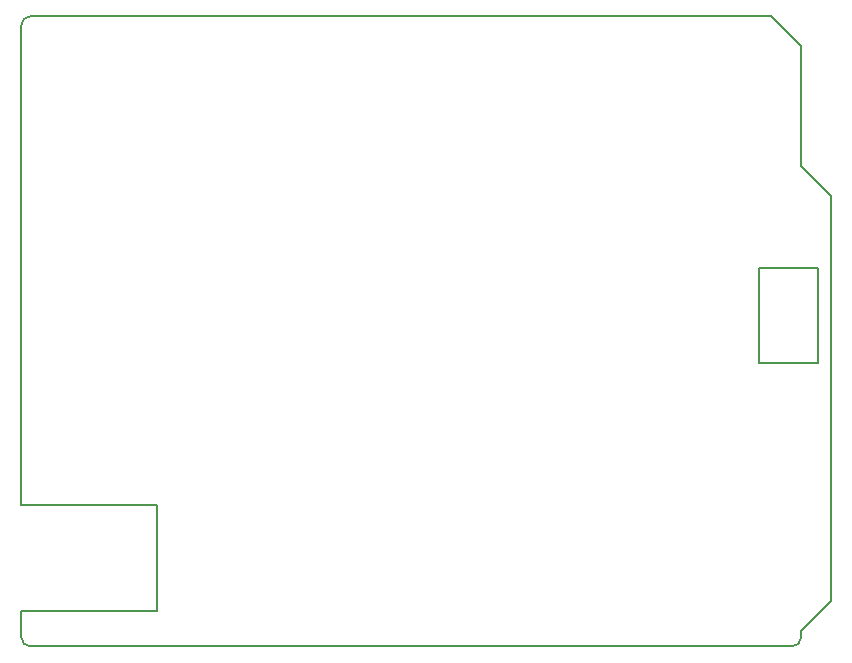
<source format=gm1>
G04 #@! TF.GenerationSoftware,KiCad,Pcbnew,8.0.7-8.0.7-0~ubuntu24.04.1*
G04 #@! TF.CreationDate,2025-01-16T01:19:08-05:00*
G04 #@! TF.ProjectId,tophat,746f7068-6174-42e6-9b69-6361645f7063,rev?*
G04 #@! TF.SameCoordinates,Original*
G04 #@! TF.FileFunction,Profile,NP*
%FSLAX46Y46*%
G04 Gerber Fmt 4.6, Leading zero omitted, Abs format (unit mm)*
G04 Created by KiCad (PCBNEW 8.0.7-8.0.7-0~ubuntu24.04.1) date 2025-01-16 01:19:08*
%MOMM*%
%LPD*%
G01*
G04 APERTURE LIST*
G04 #@! TA.AperFunction,Profile*
%ADD10C,0.150000*%
G04 #@! TD*
G04 APERTURE END LIST*
D10*
X166040000Y-59360000D02*
X168580000Y-61900000D01*
X111500000Y-97000000D02*
X100000000Y-97000000D01*
X167500000Y-68000000D02*
X162500000Y-68000000D01*
X167500000Y-76000000D02*
X167500000Y-68000000D01*
X100000000Y-88000000D02*
X100000000Y-47422000D01*
X100000000Y-88000000D02*
X111500000Y-88000000D01*
X168580000Y-61900000D02*
X168580000Y-96190000D01*
X111500000Y-88000000D02*
X111500000Y-97000000D01*
X100000000Y-97000000D02*
X100000000Y-99238000D01*
X165278000Y-100000000D02*
X100762000Y-100000000D01*
X100762000Y-46660000D02*
X163500000Y-46660000D01*
X100762000Y-100000000D02*
G75*
G02*
X100000000Y-99238000I0J762000D01*
G01*
X168580000Y-96190000D02*
X166040000Y-98730000D01*
X163500000Y-46660000D02*
X166040000Y-49200000D01*
X166040000Y-99238000D02*
G75*
G02*
X165278000Y-100000000I-762000J0D01*
G01*
X162500000Y-68000000D02*
X162500000Y-76000000D01*
X166040000Y-49200000D02*
X166040000Y-59360000D01*
X166040000Y-98730000D02*
X166040000Y-99238000D01*
X162500000Y-76000000D02*
X167500000Y-76000000D01*
X100000000Y-47422000D02*
G75*
G02*
X100762000Y-46660000I762000J0D01*
G01*
M02*

</source>
